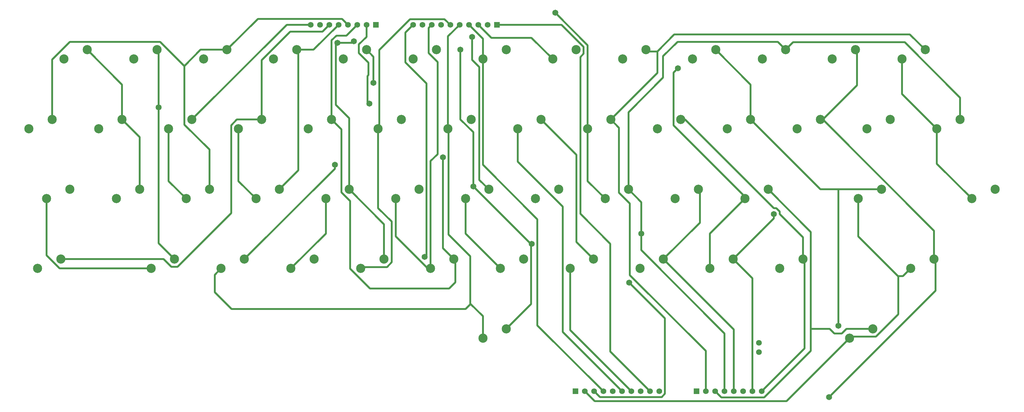
<source format=gbl>
G04 Layer: BottomLayer*
G04 EasyEDA v6.5.39, 2024-02-04 18:15:22*
G04 34cdbf00d3e34c3386613b9734a0afe0,5509f98a9368439c9cde498926e245b9,10*
G04 Gerber Generator version 0.2*
G04 Scale: 100 percent, Rotated: No, Reflected: No *
G04 Dimensions in millimeters *
G04 leading zeros omitted , absolute positions ,4 integer and 5 decimal *
%FSLAX45Y45*%
%MOMM*%

%ADD10C,0.5080*%
%ADD11C,2.5000*%
%ADD12C,1.5748*%
%ADD13R,1.5748X1.5748*%
%ADD14C,1.6510*%
%ADD15C,0.0166*%

%LPD*%
D10*
X-7524750Y3111576D02*
G01*
X-7696200Y2940126D01*
X-7696200Y2463876D01*
X-7239000Y2006676D01*
X-850900Y2006676D01*
X-723900Y2133676D01*
X-1333500Y6921576D02*
G01*
X-1316735Y6904812D01*
X-1316735Y4034612D01*
X-723900Y3441776D01*
X-723900Y2152726D01*
X-381000Y1809826D01*
X-381000Y1206576D01*
X95247Y3111502D02*
G01*
X-857252Y4064002D01*
X-857252Y5016502D01*
X8564626Y1460576D02*
G01*
X9080500Y1460576D01*
X9207500Y1333576D01*
X9410700Y1333576D01*
X9537700Y1460576D01*
X10255250Y1460576D01*
X11074400Y2903804D02*
G01*
X10947400Y2903804D01*
X10947400Y1864436D01*
X10335260Y1252550D01*
X9666224Y1252550D01*
X9620250Y1206576D01*
X11074400Y2903804D02*
G01*
X10938764Y2904058D01*
X9858248Y3988384D01*
X9858248Y5016576D01*
X11287252Y3111576D02*
G01*
X11079480Y2903804D01*
X4107434Y9036888D02*
G01*
X4376165Y9036888D01*
X4838700Y9499676D01*
X11264900Y9499676D01*
X11684000Y9080576D01*
X7874000Y9080576D02*
G01*
X7659878Y9294698D01*
X4925822Y9294698D01*
X4533900Y8902776D01*
X4533900Y8320608D01*
X3587750Y7374458D01*
X3587750Y5270576D01*
X4107434Y9036888D02*
G01*
X4381500Y9036888D01*
X4381500Y8445576D01*
X3111500Y7175576D01*
X-11890250Y3365578D02*
G01*
X-9090560Y3365578D01*
X-8882509Y3157527D01*
X-8713802Y3157527D01*
X-7250102Y4621227D01*
X-7250102Y7016777D01*
X-7091377Y7175502D01*
X-6413502Y7175502D01*
X-1016002Y9763127D02*
G01*
X-1333502Y9445627D01*
X-1333502Y6921502D01*
X-9429752Y3111502D02*
G01*
X-11931220Y3111502D01*
X-12287252Y3467534D01*
X-12287252Y5016502D01*
X3667122Y-238122D02*
G01*
X2000247Y1428752D01*
X2000247Y3111502D01*
X2952747Y5016502D02*
G01*
X2476497Y5492752D01*
X2476497Y6921502D01*
X1589097Y10090228D02*
G01*
X2476497Y9202828D01*
X2476497Y6921502D01*
X2397122Y-238122D02*
G01*
X2670299Y-511299D01*
X7902445Y-511299D01*
X9620247Y1206502D01*
X12953997Y5016502D02*
G01*
X12001497Y5969002D01*
X12001497Y6921502D01*
X12001497Y6921502D02*
G01*
X11048997Y7874002D01*
X11048997Y8826502D01*
X-10223502Y7175502D02*
G01*
X-9747252Y6699252D01*
X-9747252Y5270502D01*
X-11176002Y9080502D02*
G01*
X-10223502Y8128002D01*
X-10223502Y7175502D01*
X4063997Y9080502D02*
G01*
X4107533Y9036966D01*
X5699122Y-238122D02*
G01*
X5699122Y861773D01*
X3629149Y2931746D01*
X3629149Y4883863D01*
X3333112Y5179900D01*
X3333112Y6953912D01*
X3333087Y6953912D01*
X3111497Y7175502D01*
X-3556002Y9763127D02*
G01*
X-3556002Y9435442D01*
X-3763901Y9227543D01*
X-3763901Y8992339D01*
X-3503246Y8731684D01*
X-3503246Y8390740D01*
X-3528367Y8365619D01*
X-3528367Y7661785D01*
X-3478100Y7611518D01*
X-381002Y8826502D02*
G01*
X-381002Y9382127D01*
X-762002Y9763127D01*
X2905122Y-238122D02*
G01*
X1105329Y1561670D01*
X1105329Y4457448D01*
X-381002Y5943780D01*
X-381002Y8826502D01*
X-2286002Y9763127D02*
G01*
X-2496390Y9552739D01*
X-2496390Y8738618D01*
X-1920064Y8162292D01*
X-1920064Y3478227D01*
X-1971017Y3427275D01*
X5953122Y-238122D02*
G01*
X6118959Y-403959D01*
X7293912Y-403959D01*
X8564496Y866625D01*
X8564496Y1460502D01*
X8564496Y1460502D02*
G01*
X8564496Y4103753D01*
X7397747Y5270502D01*
X-9227492Y7513754D02*
G01*
X-9227492Y3798242D01*
X-8794752Y3365502D01*
X-9271002Y9080502D02*
G01*
X-9227492Y9036992D01*
X-9227492Y7513754D01*
X-4508502Y7175502D02*
G01*
X-4243758Y6910758D01*
X-4243758Y5193642D01*
X-3999867Y4949751D01*
X-3999867Y3110003D01*
X-3458339Y2568475D01*
X-1301168Y2568475D01*
X-1133198Y2736446D01*
X-1133198Y3323948D01*
X-1174752Y3365502D01*
X-1174752Y3365502D02*
G01*
X-1475640Y3666390D01*
X-1475640Y6150866D01*
X-3810002Y9763127D02*
G01*
X-4105785Y9467344D01*
X-4379470Y9467344D01*
X-4508502Y9338312D01*
X-4508502Y7175502D01*
X3413122Y-238122D02*
G01*
X1798876Y1376123D01*
X1798876Y4802863D01*
X571497Y6030241D01*
X571497Y6921502D01*
X-8477252Y5016502D02*
G01*
X-8953502Y5492752D01*
X-8953502Y6921502D01*
X-3714752Y3111502D02*
G01*
X-3675331Y3150923D01*
X-2999539Y3150923D01*
X-2866824Y3283638D01*
X-2866824Y4389909D01*
X-3238502Y4761588D01*
X-3238502Y6921502D01*
X-3238502Y6921502D02*
G01*
X-3210511Y6949493D01*
X-3210511Y9078826D01*
X-2371067Y9918270D01*
X-1425145Y9918270D01*
X-1270002Y9763127D01*
X4175122Y-238122D02*
G01*
X3093387Y843612D01*
X3093387Y3783662D01*
X2275126Y4601923D01*
X2275126Y8880248D01*
X2367353Y8972476D01*
X2367353Y9157007D01*
X1761233Y9763127D01*
X-2Y9763127D01*
X-4667252Y5016502D02*
G01*
X-4667252Y4064002D01*
X-5619752Y3111502D01*
X-7048502Y6921502D02*
G01*
X-7048502Y5492752D01*
X-6572252Y5016502D01*
X-1778002Y9763127D02*
G01*
X-1863422Y9677707D01*
X-1863422Y8994726D01*
X-1617957Y8749261D01*
X-1617957Y6233365D01*
X-1809752Y6041570D01*
X-1809752Y3111502D01*
X-2762252Y5016502D02*
G01*
X-2762252Y3985287D01*
X-1888467Y3111502D01*
X-1809752Y3111502D01*
X6921497Y7175502D02*
G01*
X6921497Y8128002D01*
X5968997Y9080502D01*
X-6889752Y3365502D02*
G01*
X-4420262Y5834992D01*
X-4420262Y5941646D01*
X9316615Y1552120D02*
G01*
X9316615Y5270502D01*
X10493372Y5270502D02*
G01*
X9316615Y5270502D01*
X9316615Y5270502D02*
G01*
X8826497Y5270502D01*
X6921497Y7175502D01*
X-222252Y5270502D02*
G01*
X-483567Y5531817D01*
X-483567Y8611567D01*
X-675490Y8803490D01*
X-675490Y9434019D01*
X9778997Y9080502D02*
G01*
X9822533Y9036966D01*
X9822533Y8107301D01*
X8890734Y7175502D01*
X8826497Y7175502D02*
G01*
X8890734Y7175502D01*
X8890734Y7175502D02*
G01*
X11922249Y4143987D01*
X11922249Y3365578D01*
X-6413502Y7175502D02*
G01*
X-6413502Y8795336D01*
X-5633138Y9575700D01*
X-4759429Y9575700D01*
X-4572002Y9763127D01*
X11922249Y3365578D02*
G01*
X11963397Y3324405D01*
X11963397Y2505179D01*
X9062514Y-395729D01*
X1206497Y7175502D02*
G01*
X2169132Y6212867D01*
X2169132Y3831617D01*
X2635247Y3365502D01*
X-3556002Y9080502D02*
G01*
X-3369439Y8893939D01*
X-3369439Y8176440D01*
X-3079752Y3365502D02*
G01*
X-3079752Y4318002D01*
X-4032252Y5270502D01*
X6969122Y-238122D02*
G01*
X6969122Y2841627D01*
X6445247Y3365502D01*
X7554363Y4595243D02*
G01*
X7554363Y4474618D01*
X6445247Y3365502D01*
X-4032252Y5270502D02*
G01*
X-4032252Y7217488D01*
X-4393948Y7579184D01*
X-4393948Y9221980D01*
X-4346983Y9268945D01*
X-4346983Y9268945D02*
G01*
X-3947264Y9268945D01*
X-3901391Y9314817D01*
X6461122Y-238122D02*
G01*
X6461122Y1444627D01*
X4540247Y3365502D01*
X5492747Y5270502D02*
G01*
X5535952Y5227297D01*
X5535952Y4361207D01*
X4540247Y3365502D01*
X-5461002Y9080502D02*
G01*
X-5000627Y9080502D01*
X-4318002Y9763127D01*
X-5937252Y5270502D02*
G01*
X-5419448Y5788306D01*
X-5419448Y9038948D01*
X-5461002Y9080502D01*
X2651122Y-238122D02*
G01*
X2809567Y-396567D01*
X4493841Y-396567D01*
X4584265Y-306143D01*
X4584265Y1751332D01*
X3609058Y2726540D01*
X5810247Y3111502D02*
G01*
X5810247Y4064002D01*
X6762747Y5016502D01*
X4936157Y8575728D02*
G01*
X4814948Y8454519D01*
X4814948Y7020105D01*
X6762747Y5072306D01*
X6762747Y5016502D01*
X1523997Y8826502D02*
G01*
X941372Y9409127D01*
X-154002Y9409127D01*
X-508002Y9763127D01*
X-4064002Y9763127D02*
G01*
X-4225876Y9925001D01*
X-6521503Y9925001D01*
X-7366002Y9080502D01*
X-7366002Y9080502D02*
G01*
X-8079971Y9080502D01*
X-8524801Y8635672D01*
X-7842252Y5270502D02*
G01*
X-7842252Y6354244D01*
X-8524801Y7036793D01*
X-8524801Y8635672D01*
X-8524801Y8635672D02*
G01*
X-9181594Y9292465D01*
X-11647121Y9292465D01*
X-12128502Y8811084D01*
X-12128502Y7175502D01*
X12636497Y7175502D02*
G01*
X12636497Y7771056D01*
X11123165Y9284413D01*
X8077908Y9284413D01*
X7873997Y9080502D01*
X3937000Y4064000D02*
G01*
X3937000Y4921250D01*
X3587747Y5270500D01*
X6207122Y-238125D02*
G01*
X6207122Y1341678D01*
X3937000Y3611803D01*
X3937000Y4064000D01*
X-5080002Y9763127D02*
G01*
X-5730877Y9763127D01*
X-8318502Y7175502D01*
X8350247Y3365502D02*
G01*
X8391801Y3323948D01*
X8391801Y930556D01*
X7223122Y-238122D01*
X8350247Y3365502D02*
G01*
X8350247Y3961056D01*
X7713291Y4598012D01*
X7713291Y4661080D01*
X7620200Y4754171D01*
X7557132Y4754171D01*
X5135801Y7175502D01*
X5016497Y7175502D01*
X946401Y3784551D02*
G01*
X934844Y3772994D01*
X253997Y1460502D02*
G01*
X934844Y2141349D01*
X934844Y3772969D01*
X934844Y3772994D01*
X934844Y3772994D02*
G01*
X-642520Y5350334D01*
X-642520Y5350334D02*
G01*
X-642520Y6831154D01*
X-994564Y7183198D01*
X-994564Y9080502D01*
D11*
G01*
X-381000Y1206500D03*
G01*
X254000Y1460500D03*
G01*
X-10382250Y5016500D03*
G01*
X-9747250Y5270500D03*
G01*
X-1809750Y3111500D03*
G01*
X-1174750Y3365500D03*
G01*
X11049000Y8826500D03*
G01*
X11684000Y9080500D03*
G01*
X-5619750Y3111500D03*
G01*
X-4984750Y3365500D03*
G01*
X7239000Y8826500D03*
G01*
X7874000Y9080500D03*
G01*
X3905250Y3111500D03*
G01*
X4540250Y3365500D03*
G01*
X-6572250Y5016500D03*
G01*
X-5937250Y5270500D03*
G01*
X12001500Y6921500D03*
G01*
X12636500Y7175500D03*
G01*
X5810250Y3111500D03*
G01*
X6445250Y3365500D03*
G01*
X-12287250Y5016500D03*
G01*
X-11652250Y5270500D03*
G01*
X-7048500Y6921500D03*
G01*
X-6413500Y7175500D03*
G01*
X9144000Y8826500D03*
G01*
X9779000Y9080500D03*
G01*
X-4667250Y5016500D03*
G01*
X-4032250Y5270500D03*
G01*
X-2762250Y5016500D03*
G01*
X-2127250Y5270500D03*
G01*
X-857250Y5016500D03*
G01*
X-222250Y5270500D03*
G01*
X2476500Y6921500D03*
G01*
X3111500Y7175500D03*
G01*
X1047750Y5016500D03*
G01*
X1682750Y5270500D03*
G01*
X2952750Y5016500D03*
G01*
X3587750Y5270500D03*
G01*
X5334000Y8826500D03*
G01*
X5969000Y9080500D03*
G01*
X-11811000Y8826500D03*
G01*
X-11176000Y9080500D03*
G01*
X-9906000Y8826500D03*
G01*
X-9271000Y9080500D03*
G01*
X-8001000Y8826500D03*
G01*
X-7366000Y9080500D03*
G01*
X-6096000Y8826500D03*
G01*
X-5461000Y9080500D03*
G01*
X-4191000Y8826500D03*
G01*
X-3556000Y9080500D03*
G01*
X-2286000Y8826500D03*
G01*
X-1651000Y9080500D03*
G01*
X-381000Y8826500D03*
G01*
X254000Y9080500D03*
G01*
X1524000Y8826500D03*
G01*
X2159000Y9080500D03*
G01*
X3429000Y8826500D03*
G01*
X4064000Y9080500D03*
G01*
X4857750Y5016500D03*
G01*
X5492750Y5270500D03*
G01*
X8191500Y6921500D03*
G01*
X8826500Y7175500D03*
G01*
X12954000Y5016500D03*
G01*
X13589000Y5270500D03*
G01*
X2000250Y3111500D03*
G01*
X2635250Y3365500D03*
G01*
X95250Y3111500D03*
G01*
X730250Y3365500D03*
G01*
X4381500Y6921500D03*
G01*
X5016500Y7175500D03*
G01*
X6286500Y6921500D03*
G01*
X6921500Y7175500D03*
G01*
X-10858500Y6921500D03*
G01*
X-10223500Y7175500D03*
G01*
X-5143500Y6921500D03*
G01*
X-4508500Y7175500D03*
G01*
X9858375Y5016500D03*
G01*
X10493375Y5270500D03*
G01*
X10096500Y6921500D03*
G01*
X10731500Y7175500D03*
G01*
X9620250Y1206500D03*
G01*
X10255250Y1460500D03*
G01*
X-8477250Y5016500D03*
G01*
X-7842250Y5270500D03*
G01*
X6762750Y5016500D03*
G01*
X7397750Y5270500D03*
G01*
X7715250Y3111500D03*
G01*
X8350250Y3365500D03*
G01*
X-3238500Y6921500D03*
G01*
X-2603500Y7175500D03*
G01*
X571500Y6921500D03*
G01*
X1206500Y7175500D03*
G01*
X-12763499Y6921500D03*
G01*
X-12128500Y7175500D03*
G01*
X-3714750Y3111500D03*
G01*
X-3079750Y3365500D03*
G01*
X-8953500Y6921500D03*
G01*
X-8318500Y7175500D03*
G01*
X-7524750Y3111500D03*
G01*
X-6889750Y3365500D03*
G01*
X-1333500Y6921500D03*
G01*
X-698500Y7175500D03*
G01*
X-9429750Y3111500D03*
G01*
X-8794750Y3365500D03*
G01*
X-12525247Y3111576D03*
G01*
X-11890247Y3365576D03*
G01*
X11287252Y3111576D03*
G01*
X11922252Y3365576D03*
D12*
G01*
X3413125Y-238125D03*
D13*
G01*
X2143125Y-238125D03*
D12*
G01*
X2397125Y-238125D03*
G01*
X2651125Y-238125D03*
G01*
X2905125Y-238125D03*
G01*
X3159125Y-238125D03*
G01*
X3667125Y-238125D03*
G01*
X3921125Y-238125D03*
G01*
X4175125Y-238125D03*
G01*
X4429125Y-238125D03*
D13*
G01*
X5445125Y-238125D03*
D12*
G01*
X5699125Y-238125D03*
G01*
X5953125Y-238125D03*
G01*
X6207125Y-238125D03*
G01*
X6461125Y-238125D03*
G01*
X6715125Y-238125D03*
G01*
X6969125Y-238125D03*
G01*
X7223125Y-238125D03*
G01*
X-1270000Y9763125D03*
D13*
G01*
X0Y9763125D03*
D12*
G01*
X-254000Y9763125D03*
G01*
X-508000Y9763125D03*
G01*
X-762000Y9763125D03*
G01*
X-1016000Y9763125D03*
G01*
X-1524000Y9763125D03*
G01*
X-1778000Y9763125D03*
G01*
X-2032000Y9763125D03*
G01*
X-2286000Y9763125D03*
D13*
G01*
X-3302000Y9763125D03*
D12*
G01*
X-3556000Y9763125D03*
G01*
X-3810000Y9763125D03*
G01*
X-4064000Y9763125D03*
G01*
X-4318000Y9763125D03*
G01*
X-4572000Y9763125D03*
G01*
X-4826000Y9763125D03*
G01*
X-5080000Y9763125D03*
G01*
X7143750Y1079500D03*
G01*
X7143750Y825500D03*
D14*
G01*
X-994562Y9080500D03*
G01*
X946404Y3784549D03*
G01*
X-642518Y5350332D03*
G01*
X3937000Y4064000D03*
G01*
X4936159Y8575725D03*
G01*
X3609060Y2726537D03*
G01*
X-3901389Y9314814D03*
G01*
X-4346981Y9268942D03*
G01*
X7554366Y4595240D03*
G01*
X-3369436Y8176437D03*
G01*
X9062516Y-395731D03*
G01*
X-675487Y9434017D03*
G01*
X9316618Y1552117D03*
G01*
X-4420260Y5941644D03*
G01*
X-1475638Y6150864D03*
G01*
X-9227489Y7513751D03*
G01*
X-1971014Y3427272D03*
G01*
X-3478098Y7611516D03*
G01*
X1589100Y10090226D03*
M02*

</source>
